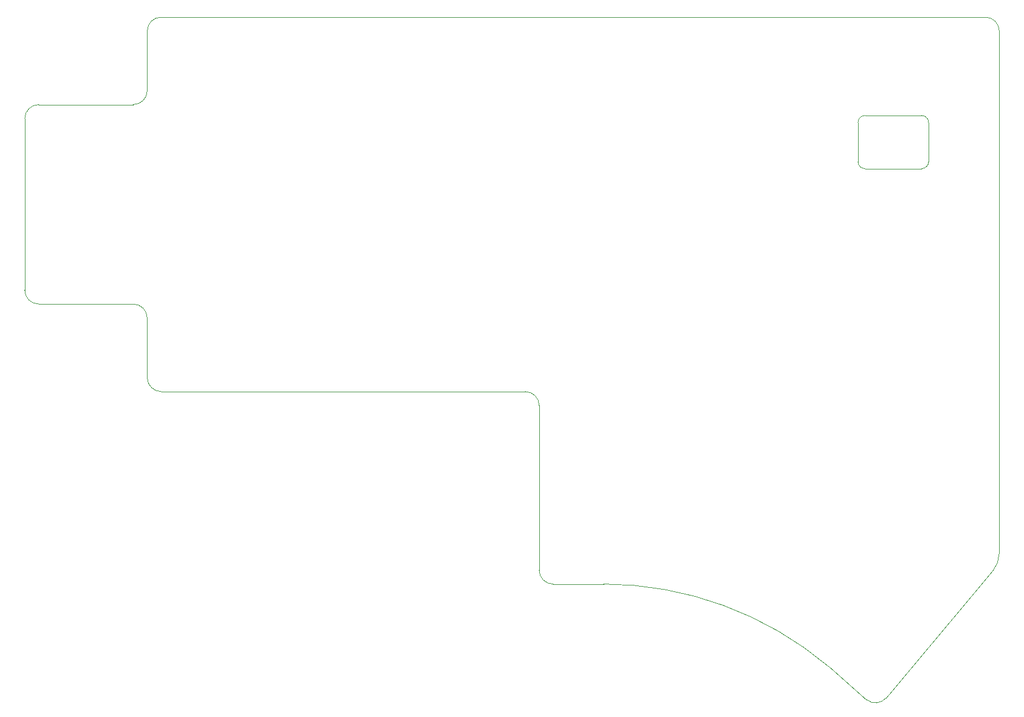
<source format=gbr>
%TF.GenerationSoftware,KiCad,Pcbnew,(6.0.7-1)-1*%
%TF.CreationDate,2022-12-31T13:50:10-08:00*%
%TF.ProjectId,karn-2,6b61726e-2d32-42e6-9b69-6361645f7063,rev?*%
%TF.SameCoordinates,Original*%
%TF.FileFunction,Profile,NP*%
%FSLAX46Y46*%
G04 Gerber Fmt 4.6, Leading zero omitted, Abs format (unit mm)*
G04 Created by KiCad (PCBNEW (6.0.7-1)-1) date 2022-12-31 13:50:10*
%MOMM*%
%LPD*%
G01*
G04 APERTURE LIST*
%TA.AperFunction,Profile*%
%ADD10C,0.100000*%
%TD*%
G04 APERTURE END LIST*
D10*
X66250286Y-82249914D02*
G75*
G03*
X68250287Y-84249914I2000014J14D01*
G01*
X187070038Y-109870510D02*
X171832641Y-128012978D01*
X64250287Y-71749914D02*
X50750287Y-71749914D01*
X187975163Y-107370511D02*
X187990287Y-32749914D01*
X50750287Y-43249914D02*
X64250287Y-43249914D01*
X122250316Y-109749914D02*
G75*
G03*
X124220039Y-111749914I1969684J-30086D01*
G01*
X187070040Y-109870512D02*
G75*
G03*
X187975163Y-107370511I-3000040J2500012D01*
G01*
X167800000Y-51400000D02*
G75*
G03*
X168800000Y-52400000I1000000J0D01*
G01*
X48750287Y-69749914D02*
X48750287Y-45249914D01*
X169014938Y-128259538D02*
G75*
G03*
X171832641Y-128012978I1285562J1532238D01*
G01*
X68250287Y-30749887D02*
G75*
G03*
X66250287Y-32749914I13J-2000013D01*
G01*
X64250287Y-43249887D02*
G75*
G03*
X66250287Y-41249914I13J1999987D01*
G01*
X176892893Y-52399993D02*
G75*
G03*
X177892893Y-51400000I7J999993D01*
G01*
X66250287Y-41249914D02*
X66250287Y-32749914D01*
X167800000Y-51400000D02*
X167800000Y-45800000D01*
X122250286Y-86249914D02*
G75*
G03*
X120250287Y-84249914I-1999986J14D01*
G01*
X68250287Y-30749914D02*
X185990287Y-30749914D01*
X177885800Y-45800000D02*
G75*
G03*
X176885786Y-44800000I-1000000J0D01*
G01*
X131470039Y-111749914D02*
X124220039Y-111749914D01*
X168800000Y-44800000D02*
X176885786Y-44800000D01*
X169014977Y-128259492D02*
X163569817Y-123510597D01*
X66250286Y-73749914D02*
G75*
G03*
X64250287Y-71749914I-1999986J14D01*
G01*
X163569825Y-123510587D02*
G75*
G03*
X131470039Y-111749914I-32200025J-38200113D01*
G01*
X176892893Y-52400000D02*
X168800000Y-52400000D01*
X48750286Y-69749914D02*
G75*
G03*
X50750287Y-71749914I2000014J14D01*
G01*
X187990286Y-32749914D02*
G75*
G03*
X185990287Y-30749914I-1999986J14D01*
G01*
X122250287Y-86249914D02*
X122250287Y-109749914D01*
X120250287Y-84249914D02*
X68250287Y-84249914D01*
X66250287Y-82249914D02*
X66250287Y-73749914D01*
X168800000Y-44800000D02*
G75*
G03*
X167800000Y-45800000I0J-1000000D01*
G01*
X177885786Y-45800000D02*
X177892893Y-51400000D01*
X50750287Y-43249887D02*
G75*
G03*
X48750287Y-45249914I13J-2000013D01*
G01*
M02*

</source>
